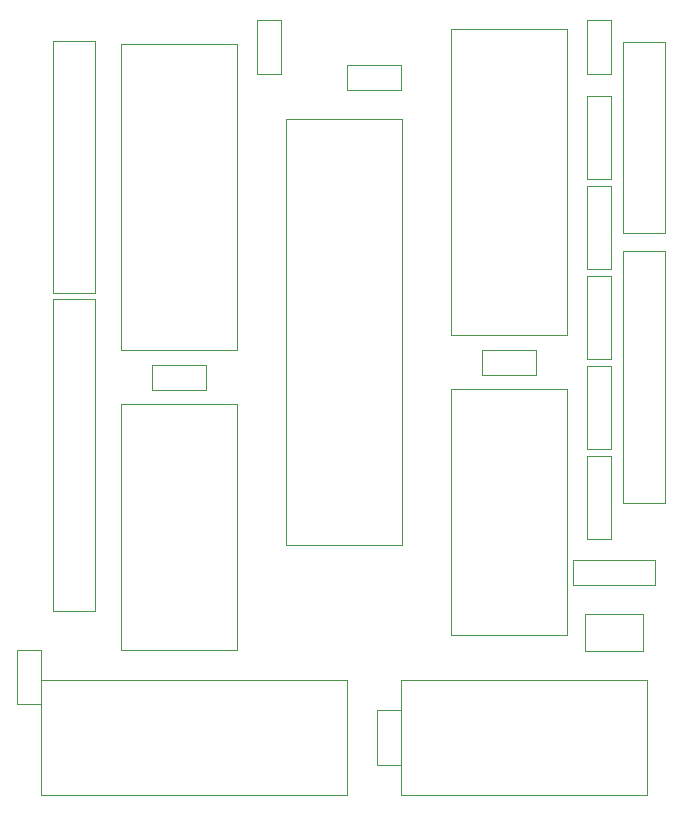
<source format=gbr>
G04 #@! TF.GenerationSoftware,KiCad,Pcbnew,(5.1.2)-2*
G04 #@! TF.CreationDate,2019-08-10T21:31:32+12:00*
G04 #@! TF.ProjectId,APEDSK-AU,41504544-534b-42d4-9155-2e6b69636164,rev?*
G04 #@! TF.SameCoordinates,Original*
G04 #@! TF.FileFunction,Other,User*
%FSLAX46Y46*%
G04 Gerber Fmt 4.6, Leading zero omitted, Abs format (unit mm)*
G04 Created by KiCad (PCBNEW (5.1.2)-2) date 2019-08-10 21:31:32*
%MOMM*%
%LPD*%
G04 APERTURE LIST*
%ADD10C,0.050000*%
G04 APERTURE END LIST*
D10*
X151358000Y-125285000D02*
X151358000Y-135085000D01*
X172208000Y-125285000D02*
X151358000Y-125285000D01*
X172208000Y-135085000D02*
X172208000Y-125285000D01*
X151358000Y-135085000D02*
X172208000Y-135085000D01*
X120878000Y-125285000D02*
X120878000Y-135085000D01*
X146828000Y-125285000D02*
X120878000Y-125285000D01*
X146828000Y-135085000D02*
X146828000Y-125285000D01*
X120878000Y-135085000D02*
X146828000Y-135085000D01*
X118838000Y-122775000D02*
X118838000Y-127375000D01*
X120938000Y-122775000D02*
X118838000Y-122775000D01*
X120938000Y-127375000D02*
X120938000Y-122775000D01*
X118838000Y-127375000D02*
X120938000Y-127375000D01*
X167098000Y-75885000D02*
X167098000Y-82865000D01*
X169198000Y-75885000D02*
X167098000Y-75885000D01*
X169198000Y-82865000D02*
X169198000Y-75885000D01*
X167098000Y-82865000D02*
X169198000Y-82865000D01*
X137478000Y-71475000D02*
X127678000Y-71475000D01*
X137478000Y-97425000D02*
X137478000Y-71475000D01*
X127678000Y-97425000D02*
X137478000Y-97425000D01*
X127678000Y-71475000D02*
X127678000Y-97425000D01*
X137478000Y-101955000D02*
X127678000Y-101955000D01*
X137478000Y-122805000D02*
X137478000Y-101955000D01*
X127678000Y-122805000D02*
X137478000Y-122805000D01*
X127678000Y-101955000D02*
X127678000Y-122805000D01*
X121948000Y-92555000D02*
X125448000Y-92555000D01*
X121948000Y-71255000D02*
X125448000Y-71255000D01*
X121948000Y-92555000D02*
X121948000Y-71255000D01*
X125448000Y-92555000D02*
X125448000Y-71255000D01*
X151448000Y-77825000D02*
X141648000Y-77825000D01*
X151448000Y-113925000D02*
X151448000Y-77825000D01*
X141648000Y-113925000D02*
X151448000Y-113925000D01*
X141648000Y-77825000D02*
X141648000Y-113925000D01*
X165418000Y-100685000D02*
X155618000Y-100685000D01*
X165418000Y-121535000D02*
X165418000Y-100685000D01*
X155618000Y-121535000D02*
X165418000Y-121535000D01*
X155618000Y-100685000D02*
X155618000Y-121535000D01*
X165418000Y-70205000D02*
X155618000Y-70205000D01*
X165418000Y-96155000D02*
X165418000Y-70205000D01*
X155618000Y-96155000D02*
X165418000Y-96155000D01*
X155618000Y-70205000D02*
X155618000Y-96155000D01*
X172908000Y-115155000D02*
X165928000Y-115155000D01*
X172908000Y-117255000D02*
X172908000Y-115155000D01*
X165928000Y-117255000D02*
X172908000Y-117255000D01*
X165928000Y-115155000D02*
X165928000Y-117255000D01*
X167098000Y-106365000D02*
X167098000Y-113345000D01*
X169198000Y-106365000D02*
X167098000Y-106365000D01*
X169198000Y-113345000D02*
X169198000Y-106365000D01*
X167098000Y-113345000D02*
X169198000Y-113345000D01*
X167098000Y-98745000D02*
X167098000Y-105725000D01*
X169198000Y-98745000D02*
X167098000Y-98745000D01*
X169198000Y-105725000D02*
X169198000Y-98745000D01*
X167098000Y-105725000D02*
X169198000Y-105725000D01*
X169198000Y-98105000D02*
X169198000Y-91125000D01*
X167098000Y-98105000D02*
X169198000Y-98105000D01*
X167098000Y-91125000D02*
X167098000Y-98105000D01*
X169198000Y-91125000D02*
X167098000Y-91125000D01*
X167098000Y-83505000D02*
X167098000Y-90485000D01*
X169198000Y-83505000D02*
X167098000Y-83505000D01*
X169198000Y-90485000D02*
X169198000Y-83505000D01*
X167098000Y-90485000D02*
X169198000Y-90485000D01*
X171848000Y-119735000D02*
X166998000Y-119735000D01*
X171848000Y-122835000D02*
X171848000Y-119735000D01*
X166998000Y-122835000D02*
X171848000Y-122835000D01*
X166998000Y-119735000D02*
X166998000Y-122835000D01*
X149318000Y-127895000D02*
X149318000Y-132495000D01*
X151418000Y-127895000D02*
X149318000Y-127895000D01*
X151418000Y-132495000D02*
X151418000Y-127895000D01*
X149318000Y-132495000D02*
X151418000Y-132495000D01*
X162848000Y-97375000D02*
X158248000Y-97375000D01*
X162848000Y-99475000D02*
X162848000Y-97375000D01*
X158248000Y-99475000D02*
X162848000Y-99475000D01*
X158248000Y-97375000D02*
X158248000Y-99475000D01*
X167098000Y-69435000D02*
X167098000Y-74035000D01*
X169198000Y-69435000D02*
X167098000Y-69435000D01*
X169198000Y-74035000D02*
X169198000Y-69435000D01*
X167098000Y-74035000D02*
X169198000Y-74035000D01*
X146818000Y-75345000D02*
X151418000Y-75345000D01*
X146818000Y-73245000D02*
X146818000Y-75345000D01*
X151418000Y-73245000D02*
X146818000Y-73245000D01*
X151418000Y-75345000D02*
X151418000Y-73245000D01*
X139158000Y-69435000D02*
X139158000Y-74035000D01*
X141258000Y-69435000D02*
X139158000Y-69435000D01*
X141258000Y-74035000D02*
X141258000Y-69435000D01*
X139158000Y-74035000D02*
X141258000Y-74035000D01*
X130308000Y-100745000D02*
X134908000Y-100745000D01*
X130308000Y-98645000D02*
X130308000Y-100745000D01*
X134908000Y-98645000D02*
X130308000Y-98645000D01*
X134908000Y-100745000D02*
X134908000Y-98645000D01*
X170208000Y-110335000D02*
X173708000Y-110335000D01*
X170208000Y-89035000D02*
X173708000Y-89035000D01*
X170208000Y-110335000D02*
X170208000Y-89035000D01*
X173708000Y-110335000D02*
X173708000Y-89035000D01*
X170208000Y-87475000D02*
X173708000Y-87475000D01*
X170208000Y-71275000D02*
X173708000Y-71275000D01*
X170208000Y-87475000D02*
X170208000Y-71275000D01*
X173708000Y-87475000D02*
X173708000Y-71275000D01*
X121948000Y-119479000D02*
X125448000Y-119479000D01*
X121948000Y-93079000D02*
X125448000Y-93079000D01*
X121948000Y-119479000D02*
X121948000Y-93079000D01*
X125448000Y-119479000D02*
X125448000Y-93079000D01*
M02*

</source>
